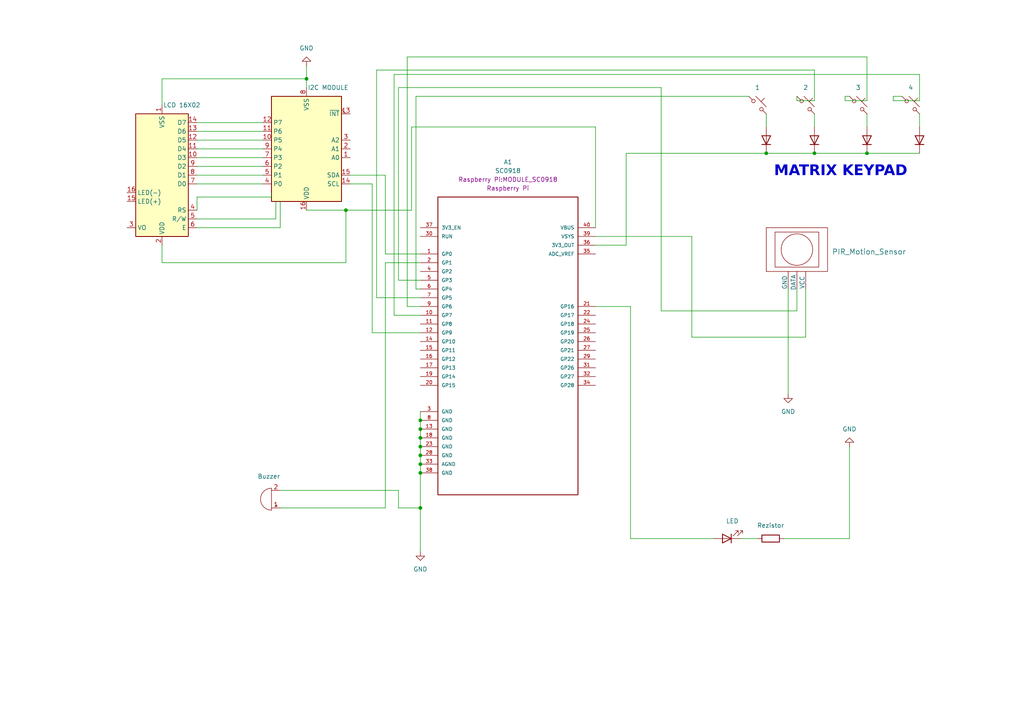
<source format=kicad_sch>
(kicad_sch (version 20231120) (generator "eeschema") (generator_version "8.0")
  (paper "A4")
  (lib_symbols
    (symbol "Device:Buzzer" (pin_names (offset 0.0254) hide)
      (property "Reference" "BZ" (at 3.81 1.27 0))
      (property "Value" "Buzzer" (at 3.81 -1.27 0))
      (symbol "Buzzer_0_1"
        (arc (start 0 -3.175) (mid 3.1612 0) (end 0 3.175))
        (polyline (pts (xy -1.651 1.905) (xy -1.143 1.905)))
        (polyline (pts (xy -1.397 2.159) (xy -1.397 1.651)))
        (polyline (pts (xy 0 3.175) (xy 0 -3.175)))
      )
      (symbol "Buzzer_1_1"
        (pin passive line (at -2.54 2.54 0) (length 2.54) (name "+") (number "1"))
        (pin passive line (at -2.54 -2.54 0) (length 2.54) (name "-") (number "2"))
      )
    )
    (symbol "Device:LED" (pin_numbers hide) (pin_names (offset 1.016) hide)
      (property "Reference" "D" (at 0 2.54 0))
      (property "Value" "LED" (at 0 -2.54 0))
      (symbol "LED_0_1"
        (polyline (pts (xy -1.27 -1.27) (xy -1.27 1.27)) (stroke (width 0.254)))
        (polyline (pts (xy -1.27 0) (xy 1.27 0)))
        (polyline (pts (xy 1.27 -1.27) (xy 1.27 1.27) (xy -1.27 0) (xy 1.27 -1.27)) (stroke (width 0.254)))
        (polyline (pts (xy -3.048 -0.762) (xy -4.572 -2.286) (xy -3.81 -2.286) (xy -4.572 -2.286) (xy -4.572 -1.524)))
        (polyline (pts (xy -1.778 -0.762) (xy -3.302 -2.286) (xy -2.54 -2.286) (xy -3.302 -2.286) (xy -3.302 -1.524)))
      )
      (symbol "LED_1_1"
        (pin passive line (at -3.81 0 0) (length 2.54) (name "K") (number "1"))
        (pin passive line (at 3.81 0 180) (length 2.54) (name "A") (number "2"))
      )
    )
    (symbol "Device:R" (pin_numbers hide) (pin_names (offset 0))
      (property "Reference" "R" (at 2.032 0 90))
      (property "Value" "R" (at 0 0 90))
      (symbol "R_0_1"
        (rectangle (start -1.016 -2.54) (end 1.016 2.54) (stroke (width 0.254)))
      )
      (symbol "R_1_1"
        (pin passive line (at 0 3.81 270) (length 1.27) (name "~") (number "1"))
        (pin passive line (at 0 -3.81 90) (length 1.27) (name "~") (number "2"))
      )
    )
    (symbol "Diode:1N4148WT" (pin_numbers hide) (pin_names hide)
      (property "Reference" "D" (at 0 2.54 0))
      (property "Value" "1N4148WT" (at 0 -2.54 0))
      (symbol "1N4148WT_0_1"
        (polyline (pts (xy -1.27 1.27) (xy -1.27 -1.27)) (stroke (width 0.254)))
        (polyline (pts (xy 1.27 0) (xy -1.27 0)))
        (polyline (pts (xy 1.27 1.27) (xy 1.27 -1.27) (xy -1.27 0) (xy 1.27 1.27)) (stroke (width 0.254)))
      )
      (symbol "1N4148WT_1_1"
        (pin passive line (at -3.81 0 0) (length 2.54) (name "K") (number "1"))
        (pin passive line (at 3.81 0 180) (length 2.54) (name "A") (number "2"))
      )
    )
    (symbol "Display_Character:WC1602A"
      (property "Reference" "DS" (at -5.842 19.05 0))
      (property "Value" "WC1602A" (at 5.334 19.05 0))
      (symbol "WC1602A_1_1"
        (rectangle (start -7.62 17.78) (end 7.62 -17.78) (stroke (width 0.254)) (fill (type background)))
        (pin power_in line (at 0 -20.32 90) (length 2.54) (name "VSS") (number "1"))
        (pin input line (at -10.16 -5.08 0) (length 2.54) (name "D3") (number "10"))
        (pin input line (at -10.16 -7.62 0) (length 2.54) (name "D4") (number "11"))
        (pin input line (at -10.16 -10.16 0) (length 2.54) (name "D5") (number "12"))
        (pin input line (at -10.16 -12.7 0) (length 2.54) (name "D6") (number "13"))
        (pin input line (at -10.16 -15.24 0) (length 2.54) (name "D7") (number "14"))
        (pin power_in line (at 10.16 7.62 180) (length 2.54) (name "LED(+)") (number "15"))
        (pin power_in line (at 10.16 5.08 180) (length 2.54) (name "LED(-)") (number "16"))
        (pin power_in line (at 0 20.32 270) (length 2.54) (name "VDD") (number "2"))
        (pin input line (at 10.16 15.24 180) (length 2.54) (name "VO") (number "3"))
        (pin input line (at -10.16 10.16 0) (length 2.54) (name "RS") (number "4"))
        (pin input line (at -10.16 12.7 0) (length 2.54) (name "R/W") (number "5"))
        (pin input line (at -10.16 15.24 0) (length 2.54) (name "E") (number "6"))
        (pin input line (at -10.16 2.54 0) (length 2.54) (name "D0") (number "7"))
        (pin input line (at -10.16 0 0) (length 2.54) (name "D1") (number "8"))
        (pin input line (at -10.16 -2.54 0) (length 2.54) (name "D2") (number "9"))
      )
    )
    (symbol "Interface_Expansion:PCF8574"
      (property "Reference" "U" (at -8.89 16.51 0))
      (property "Value" "PCF8574" (at 2.54 16.51 0))
      (symbol "PCF8574_0_1"
        (rectangle (start -10.16 15.24) (end 10.16 -15.24) (stroke (width 0.254)) (fill (type background)))
      )
      (symbol "PCF8574_1_1"
        (pin input line (at -12.7 2.54 0) (length 2.54) (name "A0") (number "1"))
        (pin bidirectional line (at 12.7 -2.54 180) (length 2.54) (name "P5") (number "10"))
        (pin bidirectional line (at 12.7 -5.08 180) (length 2.54) (name "P6") (number "11"))
        (pin bidirectional line (at 12.7 -7.62 180) (length 2.54) (name "P7") (number "12"))
        (pin open_collector output_low (at -12.7 -10.16 0) (length 2.54) (name "~{INT}") (number "13"))
        (pin input line (at -12.7 10.16 0) (length 2.54) (name "SCL") (number "14"))
        (pin bidirectional line (at -12.7 7.62 0) (length 2.54) (name "SDA") (number "15"))
        (pin power_in line (at 0 17.78 270) (length 2.54) (name "VDD") (number "16"))
        (pin input line (at -12.7 0 0) (length 2.54) (name "A1") (number "2"))
        (pin input line (at -12.7 -2.54 0) (length 2.54) (name "A2") (number "3"))
        (pin bidirectional line (at 12.7 10.16 180) (length 2.54) (name "P0") (number "4"))
        (pin bidirectional line (at 12.7 7.62 180) (length 2.54) (name "P1") (number "5"))
        (pin bidirectional line (at 12.7 5.08 180) (length 2.54) (name "P2") (number "6"))
        (pin bidirectional line (at 12.7 2.54 180) (length 2.54) (name "P3") (number "7"))
        (pin power_in line (at 0 -17.78 90) (length 2.54) (name "VSS") (number "8"))
        (pin bidirectional line (at 12.7 0 180) (length 2.54) (name "P4") (number "9"))
      )
    )
    (symbol "Pico_W:SC0918" (pin_names (offset 1.016))
      (property "Reference" "A1" (at 0 58.42 0))
      (property "Value" "SC0918" (at 0 55.88 0))
      (property "Footprint" "Raspberry Pi:MODULE_SC0918" (at -12.7 -46.99 0))
      (property "manufacturer" "Raspberry Pi" (at 0 53.34 0))
      (symbol "SC0918_0_0"
        (rectangle (start -20.32 -43.18) (end 20.32 43.18) (stroke (width 0.254)))
        (pin bidirectional line (at -25.4 26.67 0) (length 5.08) (name "GP0") (number "1"))
        (pin bidirectional line (at -25.4 8.89 0) (length 5.08) (name "GP7") (number "10"))
        (pin bidirectional line (at -25.4 6.35 0) (length 5.08) (name "GP8") (number "11"))
        (pin bidirectional line (at -25.4 3.81 0) (length 5.08) (name "GP9") (number "12"))
        (pin power_in line (at -25.4 -24.13 0) (length 5.08) (name "GND") (number "13"))
        (pin bidirectional line (at -25.4 1.27 0) (length 5.08) (name "GP10") (number "14"))
        (pin bidirectional line (at -25.4 -1.27 0) (length 5.08) (name "GP11") (number "15"))
        (pin bidirectional line (at -25.4 -3.81 0) (length 5.08) (name "GP12") (number "16"))
        (pin bidirectional line (at -25.4 -6.35 0) (length 5.08) (name "GP13") (number "17"))
        (pin power_in line (at -25.4 -26.67 0) (length 5.08) (name "GND") (number "18"))
        (pin bidirectional line (at -25.4 -8.89 0) (length 5.08) (name "GP14") (number "19"))
        (pin bidirectional line (at -25.4 24.13 0) (length 5.08) (name "GP1") (number "2"))
        (pin bidirectional line (at -25.4 -11.43 0) (length 5.08) (name "GP15") (number "20"))
        (pin bidirectional line (at 25.4 11.43 180) (length 5.08) (name "GP16") (number "21"))
        (pin bidirectional line (at 25.4 8.89 180) (length 5.08) (name "GP17") (number "22"))
        (pin power_in line (at -25.4 -29.21 0) (length 5.08) (name "GND") (number "23"))
        (pin bidirectional line (at 25.4 6.35 180) (length 5.08) (name "GP18") (number "24"))
        (pin bidirectional line (at 25.4 3.81 180) (length 5.08) (name "GP19") (number "25"))
        (pin bidirectional line (at 25.4 1.27 180) (length 5.08) (name "GP20") (number "26"))
        (pin bidirectional line (at 25.4 -1.27 180) (length 5.08) (name "GP21") (number "27"))
        (pin power_in line (at -25.4 -31.75 0) (length 5.08) (name "GND") (number "28"))
        (pin bidirectional line (at 25.4 -3.81 180) (length 5.08) (name "GP22") (number "29"))
        (pin power_in line (at -25.4 -19.05 0) (length 5.08) (name "GND") (number "3"))
        (pin input line (at -25.4 31.75 0) (length 5.08) (name "RUN") (number "30"))
        (pin bidirectional line (at 25.4 -6.35 180) (length 5.08) (name "GP26") (number "31"))
        (pin bidirectional line (at 25.4 -8.89 180) (length 5.08) (name "GP27") (number "32"))
        (pin power_in line (at -25.4 -34.29 0) (length 5.08) (name "AGND") (number "33"))
        (pin bidirectional line (at 25.4 -11.43 180) (length 5.08) (name "GP28") (number "34"))
        (pin power_in line (at 25.4 26.67 180) (length 5.08) (name "ADC_VREF") (number "35"))
        (pin power_in line (at 25.4 29.21 180) (length 5.08) (name "3V3_OUT") (number "36"))
        (pin input line (at -25.4 34.29 0) (length 5.08) (name "3V3_EN") (number "37"))
        (pin power_in line (at -25.4 -36.83 0) (length 5.08) (name "GND") (number "38"))
        (pin free line (at 25.4 31.75 180) (length 5.08) (name "VSYS") (number "39"))
        (pin bidirectional line (at -25.4 21.59 0) (length 5.08) (name "GP2") (number "4"))
        (pin free line (at 25.4 34.29 180) (length 5.08) (name "VBUS") (number "40"))
        (pin bidirectional line (at -25.4 19.05 0) (length 5.08) (name "GP3") (number "5"))
        (pin bidirectional line (at -25.4 16.51 0) (length 5.08) (name "GP4") (number "6"))
        (pin bidirectional line (at -25.4 13.97 0) (length 5.08) (name "GP5") (number "7"))
        (pin power_in line (at -25.4 -21.59 0) (length 5.08) (name "GND") (number "8"))
        (pin bidirectional line (at -25.4 11.43 0) (length 5.08) (name "GP6") (number "9"))
      )
    )
    (symbol "Switch:SW_Push_45deg" (pin_numbers hide) (pin_names (offset 1.016) hide)
      (property "Reference" "SW" (at 3.048 1.016 0))
      (property "Value" "SW_Push_45deg" (at 0 -3.81 0))
      (symbol "SW_Push_45deg_0_1"
        (circle (center -1.1684 1.1684) (radius 0.508))
        (polyline (pts (xy -0.508 2.54) (xy 2.54 -0.508)))
        (polyline (pts (xy 1.016 1.016) (xy 2.032 2.032)))
        (polyline (pts (xy -2.54 2.54) (xy -1.524 1.524) (xy -1.524 1.524)))
        (polyline (pts (xy 1.524 -1.524) (xy 2.54 -2.54) (xy 2.54 -2.54) (xy 2.54 -2.54)))
        (circle (center 1.143 -1.1938) (radius 0.508))
        (pin passive line (at -2.54 2.54 0) (length 0) (name "1") (number "1"))
        (pin passive line (at 2.54 -2.54 180) (length 0) (name "2") (number "2"))
      )
    )
    (symbol "power:GND" (power) (pin_numbers hide) (pin_names (offset 0) hide)
      (property "Value" "GND" (at 0 -3.81 0))
      (symbol "GND_0_1"
        (polyline (pts (xy 0 0) (xy 0 -1.27) (xy 1.27 -1.27) (xy 0 -2.54) (xy -1.27 -1.27) (xy 0 -1.27)))
      )
      (symbol "GND_1_1"
        (pin power_in line (at 0 0 270) (length 0) (name "~") (number "1"))
      )
    )
    (symbol "sensors:PIR_Motion_Sensor" (pin_numbers hide) (pin_names (offset 0))
      (property "Reference" "PIR" (at 0 22.86 0))
      (property "Value" "PIR_Motion_Sensor" (at 0 20.32 0))
      (symbol "PIR_Motion_Sensor_0_1"
        (rectangle (start -8.89 5.08) (end -8.89 5.08))
        (rectangle (start -8.89 5.08) (end 8.89 17.78))
        (rectangle (start -6.35 16.51) (end 6.35 6.35))
        (polyline (pts (xy -2.54 3.81) (xy -2.54 5.08)))
        (polyline (pts (xy 0 3.81) (xy 0 5.08)))
        (polyline (pts (xy 2.54 3.81) (xy 2.54 5.08)))
        (circle (center 0 11.43) (radius 4.572))
      )
      (symbol "PIR_Motion_Sensor_1_1"
        (pin power_in line (at -2.54 0 90) (length 3.81) (name "GND") (number "1"))
        (pin output line (at 0 0 90) (length 3.81) (name "DATA") (number "2"))
        (pin power_in line (at 2.54 0 90) (length 3.81) (name "VCC") (number "3"))
      )
    )
  )
  (junction (at 88.9 22.86))
  (junction (at 121.92 127))
  (junction (at 121.92 124.46))
  (junction (at 121.92 137.16))
  (junction (at 121.92 147.32))
  (junction (at 236.22 44.45))
  (junction (at 222.25 44.45))
  (junction (at 121.92 132.08))
  (junction (at 251.46 44.45))
  (junction (at 121.92 134.62))
  (junction (at 121.92 129.54))
  (junction (at 121.92 121.92))
  (junction (at 100.33 60.96))
  (wire (pts (xy 46.99 71.12) (xy 46.99 76.2)))
  (wire (pts (xy 266.7 21.59) (xy 266.7 29.21)))
  (wire (pts (xy 251.46 33.02) (xy 251.46 36.83)))
  (wire (pts (xy 181.61 44.45) (xy 222.25 44.45)))
  (wire (pts (xy 57.15 48.26) (xy 76.2 48.26)))
  (wire (pts (xy 57.15 60.96) (xy 57.15 57.15)))
  (wire (pts (xy 57.15 45.72) (xy 76.2 45.72)))
  (wire (pts (xy 236.22 33.02) (xy 236.22 36.83)))
  (wire (pts (xy 266.7 33.02) (xy 266.7 36.83)))
  (wire (pts (xy 181.61 71.12) (xy 181.61 44.45)))
  (wire (pts (xy 121.92 119.38) (xy 121.92 121.92)))
  (wire (pts (xy 207.01 156.21) (xy 182.88 156.21)))
  (wire (pts (xy 233.68 83.82) (xy 233.68 97.79)))
  (wire (pts (xy 101.6 50.8) (xy 111.76 50.8)))
  (wire (pts (xy 111.76 147.32) (xy 81.28 147.32)))
  (wire (pts (xy 57.15 66.04) (xy 81.28 66.04)))
  (wire (pts (xy 114.3 21.59) (xy 266.7 21.59)))
  (wire (pts (xy 109.22 86.36) (xy 109.22 20.32)))
  (wire (pts (xy 121.92 129.54) (xy 121.92 132.08)))
  (wire (pts (xy 251.46 44.45) (xy 266.7 44.45)))
  (wire (pts (xy 57.15 43.18) (xy 76.2 43.18)))
  (wire (pts (xy 107.95 53.34) (xy 107.95 96.52)))
  (wire (pts (xy 57.15 63.5) (xy 80.01 63.5)))
  (wire (pts (xy 191.77 25.4) (xy 191.77 90.17)))
  (wire (pts (xy 200.66 68.58) (xy 200.66 97.79)))
  (wire (pts (xy 236.22 44.45) (xy 251.46 44.45)))
  (wire (pts (xy 121.92 88.9) (xy 118.11 88.9)))
  (wire (pts (xy 121.92 137.16) (xy 121.92 147.32)))
  (wire (pts (xy 191.77 90.17) (xy 231.14 90.17)))
  (wire (pts (xy 78.74 57.15) (xy 78.74 55.88)))
  (wire (pts (xy 236.22 20.32) (xy 236.22 29.21)))
  (wire (pts (xy 46.99 30.48) (xy 46.99 22.86)))
  (wire (pts (xy 81.28 58.42) (xy 81.28 66.04)))
  (wire (pts (xy 88.9 22.86) (xy 88.9 25.4)))
  (wire (pts (xy 259.08 29.21) (xy 259.08 27.94)))
  (wire (pts (xy 182.88 88.9) (xy 172.72 88.9)))
  (wire (pts (xy 120.65 27.94) (xy 217.17 27.94)))
  (wire (pts (xy 101.6 53.34) (xy 107.95 53.34)))
  (wire (pts (xy 121.92 76.2) (xy 111.76 76.2)))
  (wire (pts (xy 121.92 132.08) (xy 121.92 134.62)))
  (wire (pts (xy 118.11 88.9) (xy 118.11 16.51)))
  (wire (pts (xy 100.33 76.2) (xy 100.33 60.96)))
  (wire (pts (xy 120.65 83.82) (xy 120.65 27.94)))
  (wire (pts (xy 172.72 68.58) (xy 200.66 68.58)))
  (wire (pts (xy 57.15 35.56) (xy 76.2 35.56)))
  (wire (pts (xy 115.57 147.32) (xy 121.92 147.32)))
  (wire (pts (xy 121.92 121.92) (xy 121.92 124.46)))
  (wire (pts (xy 245.11 27.94) (xy 246.38 27.94)))
  (wire (pts (xy 121.92 83.82) (xy 120.65 83.82)))
  (wire (pts (xy 121.92 124.46) (xy 121.92 127)))
  (wire (pts (xy 111.76 50.8) (xy 111.76 73.66)))
  (wire (pts (xy 172.72 66.04) (xy 172.72 36.83)))
  (wire (pts (xy 231.14 29.21) (xy 231.14 27.94)))
  (wire (pts (xy 114.3 91.44) (xy 114.3 21.59)))
  (wire (pts (xy 236.22 29.21) (xy 231.14 29.21)))
  (wire (pts (xy 219.71 156.21) (xy 214.63 156.21)))
  (wire (pts (xy 121.92 81.28) (xy 115.57 81.28)))
  (wire (pts (xy 259.08 27.94) (xy 261.62 27.94)))
  (wire (pts (xy 119.38 36.83) (xy 172.72 36.83)))
  (wire (pts (xy 57.15 38.1) (xy 76.2 38.1)))
  (wire (pts (xy 46.99 22.86) (xy 88.9 22.86)))
  (wire (pts (xy 121.92 134.62) (xy 121.92 137.16)))
  (wire (pts (xy 119.38 60.96) (xy 119.38 36.83)))
  (wire (pts (xy 57.15 57.15) (xy 78.74 57.15)))
  (wire (pts (xy 100.33 60.96) (xy 119.38 60.96)))
  (wire (pts (xy 222.25 33.02) (xy 222.25 36.83)))
  (wire (pts (xy 222.25 44.45) (xy 236.22 44.45)))
  (wire (pts (xy 88.9 60.96) (xy 100.33 60.96)))
  (wire (pts (xy 111.76 76.2) (xy 111.76 147.32)))
  (wire (pts (xy 118.11 16.51) (xy 251.46 16.51)))
  (wire (pts (xy 57.15 40.64) (xy 76.2 40.64)))
  (wire (pts (xy 182.88 156.21) (xy 182.88 88.9)))
  (wire (pts (xy 111.76 73.66) (xy 121.92 73.66)))
  (wire (pts (xy 266.7 29.21) (xy 259.08 29.21)))
  (wire (pts (xy 251.46 16.51) (xy 251.46 29.21)))
  (wire (pts (xy 227.33 156.21) (xy 246.38 156.21)))
  (wire (pts (xy 172.72 71.12) (xy 181.61 71.12)))
  (wire (pts (xy 246.38 129.54) (xy 246.38 156.21)))
  (wire (pts (xy 109.22 20.32) (xy 236.22 20.32)))
  (wire (pts (xy 115.57 142.24) (xy 115.57 147.32)))
  (wire (pts (xy 81.28 142.24) (xy 115.57 142.24)))
  (wire (pts (xy 228.6 83.82) (xy 228.6 114.3)))
  (wire (pts (xy 46.99 76.2) (xy 100.33 76.2)))
  (wire (pts (xy 57.15 53.34) (xy 76.2 53.34)))
  (wire (pts (xy 115.57 81.28) (xy 115.57 25.4)))
  (wire (pts (xy 121.92 147.32) (xy 121.92 160.02)))
  (wire (pts (xy 57.15 50.8) (xy 76.2 50.8)))
  (wire (pts (xy 231.14 90.17) (xy 231.14 83.82)))
  (wire (pts (xy 107.95 96.52) (xy 121.92 96.52)))
  (wire (pts (xy 121.92 86.36) (xy 109.22 86.36)))
  (wire (pts (xy 88.9 19.05) (xy 88.9 22.86)))
  (wire (pts (xy 121.92 127) (xy 121.92 129.54)))
  (wire (pts (xy 200.66 97.79) (xy 233.68 97.79)))
  (wire (pts (xy 121.92 91.44) (xy 114.3 91.44)))
  (wire (pts (xy 251.46 29.21) (xy 245.11 29.21)))
  (wire (pts (xy 245.11 29.21) (xy 245.11 27.94)))
  (wire (pts (xy 80.01 63.5) (xy 80.01 58.42)))
  (wire (pts (xy 115.57 25.4) (xy 191.77 25.4)))
  (text "MATRIX KEYPAD" (at 243.84 50.546 0) (effects (font (size 3.048 3.048) (thickness 0.6096) (bold yes))))
  (symbol (lib_id "Interface_Expansion:PCF8574") (at 88.9 43.18 180) (unit 1)
    (property "Reference" "U1" (effects (hide yes)))
    (property "Value" "I2C MODULE" (at 89.2459 25.4 0) (effects (justify right)))
    (property "Datasheet" "http://www.nxp.com/docs/en/data-sheet/PCF8574_PCF8574A.pdf" (effects (hide yes)))
    (property "Description" "8 Bit Port/Expander to I2C Bus, DIP/SOIC-16" (effects (hide yes)))
  )
  (symbol (lib_id "Switch:SW_Push_45deg") (at 219.71 30.48 0) (unit 1)
    (property "Reference" "SW1" (effects (hide yes)))
    (property "Value" "1" (at 219.71 25.4 0))
    (property "Description" "Push button switch, normally open, two pins, 45° tilted" (effects (hide yes)))
  )
  (symbol (lib_id "Switch:SW_Push_45deg") (at 264.16 30.48 0) (unit 1)
    (property "Reference" "SW4" (effects (hide yes)))
    (property "Value" "4" (at 264.16 25.4 0))
    (property "Description" "Push button switch, normally open, two pins, 45° tilted" (effects (hide yes)))
  )
  (symbol (lib_id "power:GND") (at 246.38 129.54 180) (unit 1)
    (property "Reference" "#PWR04" (effects (hide yes)))
    (property "Value" "GND" (at 246.38 124.46 0))
    (property "Description" "Power symbol creates a global label with name \"GND\" , ground" (effects (hide yes)))
  )
  (symbol (lib_id "Diode:1N4148WT") (at 266.7 40.64 90) (unit 1)
    (property "Reference" "D4" (effects (hide yes)))
    (property "Value" "1N4148WT" (effects (hide yes)))
    (property "Footprint" "Diode_SMD:D_SOD-523" (effects (hide yes)))
    (property "Datasheet" "https://www.diodes.com/assets/Datasheets/ds30396.pdf" (effects (hide yes)))
    (property "Description" "75V 0.15A Fast switching Diode, SOD-523" (effects (hide yes)))
    (property "Sim.Device" "D" (effects (hide yes)))
    (property "Sim.Pins" "1=K 2=A" (effects (hide yes)))
  )
  (symbol (lib_id "Device:LED") (at 210.82 156.21 180) (unit 1)
    (property "Reference" "D5" (effects (hide yes)))
    (property "Value" "LED" (at 212.4075 151.13 0))
    (property "Description" "Light emitting diode" (effects (hide yes)))
  )
  (symbol (lib_id "sensors:PIR_Motion_Sensor") (at 231.14 83.82 0) (unit 1)
    (property "Reference" "PIR1" (effects (hide yes)))
    (property "Value" "PIR_Motion_Sensor" (at 241.3 73.0249 0) (effects (font (size 1.524 1.524)) (justify left)))
    (property "Description" "PIR motion sensor" (effects (hide yes)))
  )
  (symbol (lib_id "Diode:1N4148WT") (at 236.22 40.64 90) (unit 1)
    (property "Reference" "D2" (effects (hide yes)))
    (property "Value" "1N4148WT" (effects (hide yes)))
    (property "Footprint" "Diode_SMD:D_SOD-523" (effects (hide yes)))
    (property "Datasheet" "https://www.diodes.com/assets/Datasheets/ds30396.pdf" (effects (hide yes)))
    (property "Description" "75V 0.15A Fast switching Diode, SOD-523" (effects (hide yes)))
    (property "Sim.Device" "D" (effects (hide yes)))
    (property "Sim.Pins" "1=K 2=A" (effects (hide yes)))
  )
  (symbol (lib_id "Device:Buzzer") (at 78.74 144.78 180) (unit 1)
    (property "Reference" "BZ1" (effects (hide yes)))
    (property "Value" "Buzzer" (at 77.978 138.176 0))
    (property "Description" "Buzzer, polarized" (effects (hide yes)))
  )
  (symbol (lib_id "Pico_W:SC0918") (at 147.32 100.33 0) (unit 1)
    (property "Reference" "A1" (at 147.32 46.99 0))
    (property "Value" "SC0918" (at 147.32 49.53 0))
    (property "Footprint" "Raspberry Pi:MODULE_SC0918" (at 147.32 52.07 0))
    (property "Datasheet" "https://datasheets.raspberrypi.com/picow/pico-w-datasheet.pdf" (effects (hide yes)))
    (property "manufacturer" "Raspberry Pi" (at 147.32 54.61 0))
    (property "P/N" "SC0918" (effects (hide yes)))
    (property "PARTREV" "1.6" (effects (hide yes)))
    (property "MAXIMUM_PACKAGE_HEIGHT" "3.73mm" (effects (hide yes)))
  )
  (symbol (lib_id "Switch:SW_Push_45deg") (at 233.68 30.48 0) (unit 1)
    (property "Reference" "SW2" (effects (hide yes)))
    (property "Value" "2" (at 233.68 25.4 0))
    (property "Description" "Push button switch, normally open, two pins, 45° tilted" (effects (hide yes)))
  )
  (symbol (lib_id "Device:R") (at 223.52 156.21 270) (unit 1)
    (property "Reference" "R1" (effects (hide yes)))
    (property "Value" "Rezistor" (at 223.52 152.4 90))
    (property "Description" "Resistor" (effects (hide yes)))
  )
  (symbol (lib_id "power:GND") (at 88.9 19.05 180) (unit 1)
    (property "Reference" "#PWR01" (effects (hide yes)))
    (property "Value" "GND" (at 88.9 13.97 0))
    (property "Description" "Power symbol creates a global label with name \"GND\" , ground" (effects (hide yes)))
  )
  (symbol (lib_id "Switch:SW_Push_45deg") (at 248.92 30.48 0) (unit 1)
    (property "Reference" "SW3" (effects (hide yes)))
    (property "Value" "3" (at 248.92 25.4 0))
    (property "Description" "Push button switch, normally open, two pins, 45° tilted" (effects (hide yes)))
  )
  (symbol (lib_id "Diode:1N4148WT") (at 222.25 40.64 90) (unit 1)
    (property "Reference" "D1" (effects (hide yes)))
    (property "Footprint" "Diode_SMD:D_SOD-523" (effects (hide yes)))
    (property "Datasheet" "https://www.diodes.com/assets/Datasheets/ds30396.pdf" (effects (hide yes)))
    (property "Description" "75V 0.15A Fast switching Diode, SOD-523" (effects (hide yes)))
    (property "Sim.Device" "D" (effects (hide yes)))
    (property "Sim.Pins" "1=K 2=A" (effects (hide yes)))
  )
  (symbol (lib_id "power:GND") (at 228.6 114.3 0) (unit 1)
    (property "Reference" "#PWR03" (effects (hide yes)))
    (property "Value" "GND" (at 228.6 119.38 0))
    (property "Description" "Power symbol creates a global label with name \"GND\" , ground" (effects (hide yes)))
  )
  (symbol (lib_id "Diode:1N4148WT") (at 251.46 40.64 90) (unit 1)
    (property "Reference" "D3" (effects (hide yes)))
    (property "Value" "1N4148WT" (effects (hide yes)))
    (property "Footprint" "Diode_SMD:D_SOD-523" (effects (hide yes)))
    (property "Datasheet" "https://www.diodes.com/assets/Datasheets/ds30396.pdf" (effects (hide yes)))
    (property "Description" "75V 0.15A Fast switching Diode, SOD-523" (effects (hide yes)))
    (property "Sim.Device" "D" (effects (hide yes)))
    (property "Sim.Pins" "1=K 2=A" (effects (hide yes)))
  )
  (symbol (lib_id "power:GND") (at 121.92 160.02 0) (unit 1)
    (property "Reference" "#PWR02" (effects (hide yes)))
    (property "Value" "GND" (at 121.92 165.1 0))
    (property "Description" "Power symbol creates a global label with name \"GND\" , ground" (effects (hide yes)))
  )
  (symbol (lib_id "Display_Character:WC1602A") (at 46.99 50.8 180) (unit 1)
    (property "Reference" "DS1" (effects (hide yes)))
    (property "Value" "LCD 16X02" (at 47.3359 30.48 0) (effects (justify right)))
    (property "Footprint" "Display:WC1602A" (effects (hide yes)))
    (property "Datasheet" "http://www.wincomlcd.com/pdf/WC1602A-SFYLYHTC06.pdf" (effects (hide yes)))
    (property "Description" "LCD 16x2 Alphanumeric , 8 bit parallel bus, 5V VDD" (effects (hide yes)))
  )
)
</source>
